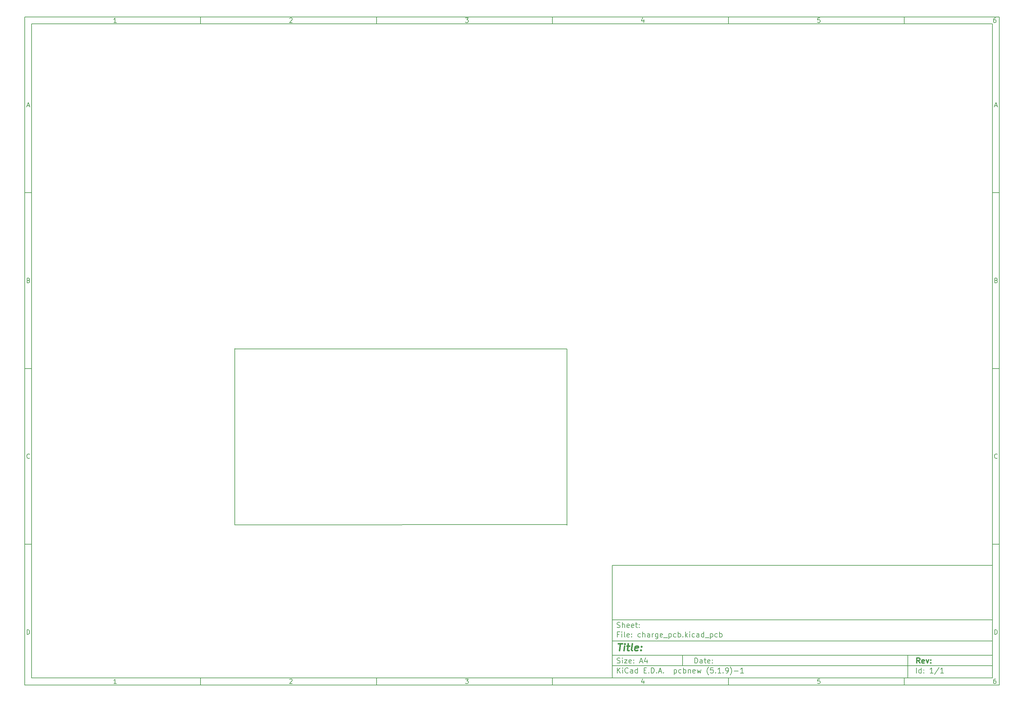
<source format=gbr>
%TF.GenerationSoftware,KiCad,Pcbnew,(5.1.9)-1*%
%TF.CreationDate,2021-04-13T21:26:07+02:00*%
%TF.ProjectId,charge_pcb,63686172-6765-45f7-9063-622e6b696361,rev?*%
%TF.SameCoordinates,Original*%
%TF.FileFunction,Profile,NP*%
%FSLAX46Y46*%
G04 Gerber Fmt 4.6, Leading zero omitted, Abs format (unit mm)*
G04 Created by KiCad (PCBNEW (5.1.9)-1) date 2021-04-13 21:26:07*
%MOMM*%
%LPD*%
G01*
G04 APERTURE LIST*
%ADD10C,0.100000*%
%ADD11C,0.150000*%
%ADD12C,0.300000*%
%ADD13C,0.400000*%
%TA.AperFunction,Profile*%
%ADD14C,0.150000*%
%TD*%
G04 APERTURE END LIST*
D10*
D11*
X177002200Y-166007200D02*
X177002200Y-198007200D01*
X285002200Y-198007200D01*
X285002200Y-166007200D01*
X177002200Y-166007200D01*
D10*
D11*
X10000000Y-10000000D02*
X10000000Y-200007200D01*
X287002200Y-200007200D01*
X287002200Y-10000000D01*
X10000000Y-10000000D01*
D10*
D11*
X12000000Y-12000000D02*
X12000000Y-198007200D01*
X285002200Y-198007200D01*
X285002200Y-12000000D01*
X12000000Y-12000000D01*
D10*
D11*
X60000000Y-12000000D02*
X60000000Y-10000000D01*
D10*
D11*
X110000000Y-12000000D02*
X110000000Y-10000000D01*
D10*
D11*
X160000000Y-12000000D02*
X160000000Y-10000000D01*
D10*
D11*
X210000000Y-12000000D02*
X210000000Y-10000000D01*
D10*
D11*
X260000000Y-12000000D02*
X260000000Y-10000000D01*
D10*
D11*
X36065476Y-11588095D02*
X35322619Y-11588095D01*
X35694047Y-11588095D02*
X35694047Y-10288095D01*
X35570238Y-10473809D01*
X35446428Y-10597619D01*
X35322619Y-10659523D01*
D10*
D11*
X85322619Y-10411904D02*
X85384523Y-10350000D01*
X85508333Y-10288095D01*
X85817857Y-10288095D01*
X85941666Y-10350000D01*
X86003571Y-10411904D01*
X86065476Y-10535714D01*
X86065476Y-10659523D01*
X86003571Y-10845238D01*
X85260714Y-11588095D01*
X86065476Y-11588095D01*
D10*
D11*
X135260714Y-10288095D02*
X136065476Y-10288095D01*
X135632142Y-10783333D01*
X135817857Y-10783333D01*
X135941666Y-10845238D01*
X136003571Y-10907142D01*
X136065476Y-11030952D01*
X136065476Y-11340476D01*
X136003571Y-11464285D01*
X135941666Y-11526190D01*
X135817857Y-11588095D01*
X135446428Y-11588095D01*
X135322619Y-11526190D01*
X135260714Y-11464285D01*
D10*
D11*
X185941666Y-10721428D02*
X185941666Y-11588095D01*
X185632142Y-10226190D02*
X185322619Y-11154761D01*
X186127380Y-11154761D01*
D10*
D11*
X236003571Y-10288095D02*
X235384523Y-10288095D01*
X235322619Y-10907142D01*
X235384523Y-10845238D01*
X235508333Y-10783333D01*
X235817857Y-10783333D01*
X235941666Y-10845238D01*
X236003571Y-10907142D01*
X236065476Y-11030952D01*
X236065476Y-11340476D01*
X236003571Y-11464285D01*
X235941666Y-11526190D01*
X235817857Y-11588095D01*
X235508333Y-11588095D01*
X235384523Y-11526190D01*
X235322619Y-11464285D01*
D10*
D11*
X285941666Y-10288095D02*
X285694047Y-10288095D01*
X285570238Y-10350000D01*
X285508333Y-10411904D01*
X285384523Y-10597619D01*
X285322619Y-10845238D01*
X285322619Y-11340476D01*
X285384523Y-11464285D01*
X285446428Y-11526190D01*
X285570238Y-11588095D01*
X285817857Y-11588095D01*
X285941666Y-11526190D01*
X286003571Y-11464285D01*
X286065476Y-11340476D01*
X286065476Y-11030952D01*
X286003571Y-10907142D01*
X285941666Y-10845238D01*
X285817857Y-10783333D01*
X285570238Y-10783333D01*
X285446428Y-10845238D01*
X285384523Y-10907142D01*
X285322619Y-11030952D01*
D10*
D11*
X60000000Y-198007200D02*
X60000000Y-200007200D01*
D10*
D11*
X110000000Y-198007200D02*
X110000000Y-200007200D01*
D10*
D11*
X160000000Y-198007200D02*
X160000000Y-200007200D01*
D10*
D11*
X210000000Y-198007200D02*
X210000000Y-200007200D01*
D10*
D11*
X260000000Y-198007200D02*
X260000000Y-200007200D01*
D10*
D11*
X36065476Y-199595295D02*
X35322619Y-199595295D01*
X35694047Y-199595295D02*
X35694047Y-198295295D01*
X35570238Y-198481009D01*
X35446428Y-198604819D01*
X35322619Y-198666723D01*
D10*
D11*
X85322619Y-198419104D02*
X85384523Y-198357200D01*
X85508333Y-198295295D01*
X85817857Y-198295295D01*
X85941666Y-198357200D01*
X86003571Y-198419104D01*
X86065476Y-198542914D01*
X86065476Y-198666723D01*
X86003571Y-198852438D01*
X85260714Y-199595295D01*
X86065476Y-199595295D01*
D10*
D11*
X135260714Y-198295295D02*
X136065476Y-198295295D01*
X135632142Y-198790533D01*
X135817857Y-198790533D01*
X135941666Y-198852438D01*
X136003571Y-198914342D01*
X136065476Y-199038152D01*
X136065476Y-199347676D01*
X136003571Y-199471485D01*
X135941666Y-199533390D01*
X135817857Y-199595295D01*
X135446428Y-199595295D01*
X135322619Y-199533390D01*
X135260714Y-199471485D01*
D10*
D11*
X185941666Y-198728628D02*
X185941666Y-199595295D01*
X185632142Y-198233390D02*
X185322619Y-199161961D01*
X186127380Y-199161961D01*
D10*
D11*
X236003571Y-198295295D02*
X235384523Y-198295295D01*
X235322619Y-198914342D01*
X235384523Y-198852438D01*
X235508333Y-198790533D01*
X235817857Y-198790533D01*
X235941666Y-198852438D01*
X236003571Y-198914342D01*
X236065476Y-199038152D01*
X236065476Y-199347676D01*
X236003571Y-199471485D01*
X235941666Y-199533390D01*
X235817857Y-199595295D01*
X235508333Y-199595295D01*
X235384523Y-199533390D01*
X235322619Y-199471485D01*
D10*
D11*
X285941666Y-198295295D02*
X285694047Y-198295295D01*
X285570238Y-198357200D01*
X285508333Y-198419104D01*
X285384523Y-198604819D01*
X285322619Y-198852438D01*
X285322619Y-199347676D01*
X285384523Y-199471485D01*
X285446428Y-199533390D01*
X285570238Y-199595295D01*
X285817857Y-199595295D01*
X285941666Y-199533390D01*
X286003571Y-199471485D01*
X286065476Y-199347676D01*
X286065476Y-199038152D01*
X286003571Y-198914342D01*
X285941666Y-198852438D01*
X285817857Y-198790533D01*
X285570238Y-198790533D01*
X285446428Y-198852438D01*
X285384523Y-198914342D01*
X285322619Y-199038152D01*
D10*
D11*
X10000000Y-60000000D02*
X12000000Y-60000000D01*
D10*
D11*
X10000000Y-110000000D02*
X12000000Y-110000000D01*
D10*
D11*
X10000000Y-160000000D02*
X12000000Y-160000000D01*
D10*
D11*
X10690476Y-35216666D02*
X11309523Y-35216666D01*
X10566666Y-35588095D02*
X11000000Y-34288095D01*
X11433333Y-35588095D01*
D10*
D11*
X11092857Y-84907142D02*
X11278571Y-84969047D01*
X11340476Y-85030952D01*
X11402380Y-85154761D01*
X11402380Y-85340476D01*
X11340476Y-85464285D01*
X11278571Y-85526190D01*
X11154761Y-85588095D01*
X10659523Y-85588095D01*
X10659523Y-84288095D01*
X11092857Y-84288095D01*
X11216666Y-84350000D01*
X11278571Y-84411904D01*
X11340476Y-84535714D01*
X11340476Y-84659523D01*
X11278571Y-84783333D01*
X11216666Y-84845238D01*
X11092857Y-84907142D01*
X10659523Y-84907142D01*
D10*
D11*
X11402380Y-135464285D02*
X11340476Y-135526190D01*
X11154761Y-135588095D01*
X11030952Y-135588095D01*
X10845238Y-135526190D01*
X10721428Y-135402380D01*
X10659523Y-135278571D01*
X10597619Y-135030952D01*
X10597619Y-134845238D01*
X10659523Y-134597619D01*
X10721428Y-134473809D01*
X10845238Y-134350000D01*
X11030952Y-134288095D01*
X11154761Y-134288095D01*
X11340476Y-134350000D01*
X11402380Y-134411904D01*
D10*
D11*
X10659523Y-185588095D02*
X10659523Y-184288095D01*
X10969047Y-184288095D01*
X11154761Y-184350000D01*
X11278571Y-184473809D01*
X11340476Y-184597619D01*
X11402380Y-184845238D01*
X11402380Y-185030952D01*
X11340476Y-185278571D01*
X11278571Y-185402380D01*
X11154761Y-185526190D01*
X10969047Y-185588095D01*
X10659523Y-185588095D01*
D10*
D11*
X287002200Y-60000000D02*
X285002200Y-60000000D01*
D10*
D11*
X287002200Y-110000000D02*
X285002200Y-110000000D01*
D10*
D11*
X287002200Y-160000000D02*
X285002200Y-160000000D01*
D10*
D11*
X285692676Y-35216666D02*
X286311723Y-35216666D01*
X285568866Y-35588095D02*
X286002200Y-34288095D01*
X286435533Y-35588095D01*
D10*
D11*
X286095057Y-84907142D02*
X286280771Y-84969047D01*
X286342676Y-85030952D01*
X286404580Y-85154761D01*
X286404580Y-85340476D01*
X286342676Y-85464285D01*
X286280771Y-85526190D01*
X286156961Y-85588095D01*
X285661723Y-85588095D01*
X285661723Y-84288095D01*
X286095057Y-84288095D01*
X286218866Y-84350000D01*
X286280771Y-84411904D01*
X286342676Y-84535714D01*
X286342676Y-84659523D01*
X286280771Y-84783333D01*
X286218866Y-84845238D01*
X286095057Y-84907142D01*
X285661723Y-84907142D01*
D10*
D11*
X286404580Y-135464285D02*
X286342676Y-135526190D01*
X286156961Y-135588095D01*
X286033152Y-135588095D01*
X285847438Y-135526190D01*
X285723628Y-135402380D01*
X285661723Y-135278571D01*
X285599819Y-135030952D01*
X285599819Y-134845238D01*
X285661723Y-134597619D01*
X285723628Y-134473809D01*
X285847438Y-134350000D01*
X286033152Y-134288095D01*
X286156961Y-134288095D01*
X286342676Y-134350000D01*
X286404580Y-134411904D01*
D10*
D11*
X285661723Y-185588095D02*
X285661723Y-184288095D01*
X285971247Y-184288095D01*
X286156961Y-184350000D01*
X286280771Y-184473809D01*
X286342676Y-184597619D01*
X286404580Y-184845238D01*
X286404580Y-185030952D01*
X286342676Y-185278571D01*
X286280771Y-185402380D01*
X286156961Y-185526190D01*
X285971247Y-185588095D01*
X285661723Y-185588095D01*
D10*
D11*
X200434342Y-193785771D02*
X200434342Y-192285771D01*
X200791485Y-192285771D01*
X201005771Y-192357200D01*
X201148628Y-192500057D01*
X201220057Y-192642914D01*
X201291485Y-192928628D01*
X201291485Y-193142914D01*
X201220057Y-193428628D01*
X201148628Y-193571485D01*
X201005771Y-193714342D01*
X200791485Y-193785771D01*
X200434342Y-193785771D01*
X202577200Y-193785771D02*
X202577200Y-193000057D01*
X202505771Y-192857200D01*
X202362914Y-192785771D01*
X202077200Y-192785771D01*
X201934342Y-192857200D01*
X202577200Y-193714342D02*
X202434342Y-193785771D01*
X202077200Y-193785771D01*
X201934342Y-193714342D01*
X201862914Y-193571485D01*
X201862914Y-193428628D01*
X201934342Y-193285771D01*
X202077200Y-193214342D01*
X202434342Y-193214342D01*
X202577200Y-193142914D01*
X203077200Y-192785771D02*
X203648628Y-192785771D01*
X203291485Y-192285771D02*
X203291485Y-193571485D01*
X203362914Y-193714342D01*
X203505771Y-193785771D01*
X203648628Y-193785771D01*
X204720057Y-193714342D02*
X204577200Y-193785771D01*
X204291485Y-193785771D01*
X204148628Y-193714342D01*
X204077200Y-193571485D01*
X204077200Y-193000057D01*
X204148628Y-192857200D01*
X204291485Y-192785771D01*
X204577200Y-192785771D01*
X204720057Y-192857200D01*
X204791485Y-193000057D01*
X204791485Y-193142914D01*
X204077200Y-193285771D01*
X205434342Y-193642914D02*
X205505771Y-193714342D01*
X205434342Y-193785771D01*
X205362914Y-193714342D01*
X205434342Y-193642914D01*
X205434342Y-193785771D01*
X205434342Y-192857200D02*
X205505771Y-192928628D01*
X205434342Y-193000057D01*
X205362914Y-192928628D01*
X205434342Y-192857200D01*
X205434342Y-193000057D01*
D10*
D11*
X177002200Y-194507200D02*
X285002200Y-194507200D01*
D10*
D11*
X178434342Y-196585771D02*
X178434342Y-195085771D01*
X179291485Y-196585771D02*
X178648628Y-195728628D01*
X179291485Y-195085771D02*
X178434342Y-195942914D01*
X179934342Y-196585771D02*
X179934342Y-195585771D01*
X179934342Y-195085771D02*
X179862914Y-195157200D01*
X179934342Y-195228628D01*
X180005771Y-195157200D01*
X179934342Y-195085771D01*
X179934342Y-195228628D01*
X181505771Y-196442914D02*
X181434342Y-196514342D01*
X181220057Y-196585771D01*
X181077200Y-196585771D01*
X180862914Y-196514342D01*
X180720057Y-196371485D01*
X180648628Y-196228628D01*
X180577200Y-195942914D01*
X180577200Y-195728628D01*
X180648628Y-195442914D01*
X180720057Y-195300057D01*
X180862914Y-195157200D01*
X181077200Y-195085771D01*
X181220057Y-195085771D01*
X181434342Y-195157200D01*
X181505771Y-195228628D01*
X182791485Y-196585771D02*
X182791485Y-195800057D01*
X182720057Y-195657200D01*
X182577200Y-195585771D01*
X182291485Y-195585771D01*
X182148628Y-195657200D01*
X182791485Y-196514342D02*
X182648628Y-196585771D01*
X182291485Y-196585771D01*
X182148628Y-196514342D01*
X182077200Y-196371485D01*
X182077200Y-196228628D01*
X182148628Y-196085771D01*
X182291485Y-196014342D01*
X182648628Y-196014342D01*
X182791485Y-195942914D01*
X184148628Y-196585771D02*
X184148628Y-195085771D01*
X184148628Y-196514342D02*
X184005771Y-196585771D01*
X183720057Y-196585771D01*
X183577200Y-196514342D01*
X183505771Y-196442914D01*
X183434342Y-196300057D01*
X183434342Y-195871485D01*
X183505771Y-195728628D01*
X183577200Y-195657200D01*
X183720057Y-195585771D01*
X184005771Y-195585771D01*
X184148628Y-195657200D01*
X186005771Y-195800057D02*
X186505771Y-195800057D01*
X186720057Y-196585771D02*
X186005771Y-196585771D01*
X186005771Y-195085771D01*
X186720057Y-195085771D01*
X187362914Y-196442914D02*
X187434342Y-196514342D01*
X187362914Y-196585771D01*
X187291485Y-196514342D01*
X187362914Y-196442914D01*
X187362914Y-196585771D01*
X188077200Y-196585771D02*
X188077200Y-195085771D01*
X188434342Y-195085771D01*
X188648628Y-195157200D01*
X188791485Y-195300057D01*
X188862914Y-195442914D01*
X188934342Y-195728628D01*
X188934342Y-195942914D01*
X188862914Y-196228628D01*
X188791485Y-196371485D01*
X188648628Y-196514342D01*
X188434342Y-196585771D01*
X188077200Y-196585771D01*
X189577200Y-196442914D02*
X189648628Y-196514342D01*
X189577200Y-196585771D01*
X189505771Y-196514342D01*
X189577200Y-196442914D01*
X189577200Y-196585771D01*
X190220057Y-196157200D02*
X190934342Y-196157200D01*
X190077200Y-196585771D02*
X190577200Y-195085771D01*
X191077200Y-196585771D01*
X191577200Y-196442914D02*
X191648628Y-196514342D01*
X191577200Y-196585771D01*
X191505771Y-196514342D01*
X191577200Y-196442914D01*
X191577200Y-196585771D01*
X194577200Y-195585771D02*
X194577200Y-197085771D01*
X194577200Y-195657200D02*
X194720057Y-195585771D01*
X195005771Y-195585771D01*
X195148628Y-195657200D01*
X195220057Y-195728628D01*
X195291485Y-195871485D01*
X195291485Y-196300057D01*
X195220057Y-196442914D01*
X195148628Y-196514342D01*
X195005771Y-196585771D01*
X194720057Y-196585771D01*
X194577200Y-196514342D01*
X196577200Y-196514342D02*
X196434342Y-196585771D01*
X196148628Y-196585771D01*
X196005771Y-196514342D01*
X195934342Y-196442914D01*
X195862914Y-196300057D01*
X195862914Y-195871485D01*
X195934342Y-195728628D01*
X196005771Y-195657200D01*
X196148628Y-195585771D01*
X196434342Y-195585771D01*
X196577200Y-195657200D01*
X197220057Y-196585771D02*
X197220057Y-195085771D01*
X197220057Y-195657200D02*
X197362914Y-195585771D01*
X197648628Y-195585771D01*
X197791485Y-195657200D01*
X197862914Y-195728628D01*
X197934342Y-195871485D01*
X197934342Y-196300057D01*
X197862914Y-196442914D01*
X197791485Y-196514342D01*
X197648628Y-196585771D01*
X197362914Y-196585771D01*
X197220057Y-196514342D01*
X198577200Y-195585771D02*
X198577200Y-196585771D01*
X198577200Y-195728628D02*
X198648628Y-195657200D01*
X198791485Y-195585771D01*
X199005771Y-195585771D01*
X199148628Y-195657200D01*
X199220057Y-195800057D01*
X199220057Y-196585771D01*
X200505771Y-196514342D02*
X200362914Y-196585771D01*
X200077200Y-196585771D01*
X199934342Y-196514342D01*
X199862914Y-196371485D01*
X199862914Y-195800057D01*
X199934342Y-195657200D01*
X200077200Y-195585771D01*
X200362914Y-195585771D01*
X200505771Y-195657200D01*
X200577200Y-195800057D01*
X200577200Y-195942914D01*
X199862914Y-196085771D01*
X201077200Y-195585771D02*
X201362914Y-196585771D01*
X201648628Y-195871485D01*
X201934342Y-196585771D01*
X202220057Y-195585771D01*
X204362914Y-197157200D02*
X204291485Y-197085771D01*
X204148628Y-196871485D01*
X204077200Y-196728628D01*
X204005771Y-196514342D01*
X203934342Y-196157200D01*
X203934342Y-195871485D01*
X204005771Y-195514342D01*
X204077200Y-195300057D01*
X204148628Y-195157200D01*
X204291485Y-194942914D01*
X204362914Y-194871485D01*
X205648628Y-195085771D02*
X204934342Y-195085771D01*
X204862914Y-195800057D01*
X204934342Y-195728628D01*
X205077200Y-195657200D01*
X205434342Y-195657200D01*
X205577200Y-195728628D01*
X205648628Y-195800057D01*
X205720057Y-195942914D01*
X205720057Y-196300057D01*
X205648628Y-196442914D01*
X205577200Y-196514342D01*
X205434342Y-196585771D01*
X205077200Y-196585771D01*
X204934342Y-196514342D01*
X204862914Y-196442914D01*
X206362914Y-196442914D02*
X206434342Y-196514342D01*
X206362914Y-196585771D01*
X206291485Y-196514342D01*
X206362914Y-196442914D01*
X206362914Y-196585771D01*
X207862914Y-196585771D02*
X207005771Y-196585771D01*
X207434342Y-196585771D02*
X207434342Y-195085771D01*
X207291485Y-195300057D01*
X207148628Y-195442914D01*
X207005771Y-195514342D01*
X208505771Y-196442914D02*
X208577200Y-196514342D01*
X208505771Y-196585771D01*
X208434342Y-196514342D01*
X208505771Y-196442914D01*
X208505771Y-196585771D01*
X209291485Y-196585771D02*
X209577200Y-196585771D01*
X209720057Y-196514342D01*
X209791485Y-196442914D01*
X209934342Y-196228628D01*
X210005771Y-195942914D01*
X210005771Y-195371485D01*
X209934342Y-195228628D01*
X209862914Y-195157200D01*
X209720057Y-195085771D01*
X209434342Y-195085771D01*
X209291485Y-195157200D01*
X209220057Y-195228628D01*
X209148628Y-195371485D01*
X209148628Y-195728628D01*
X209220057Y-195871485D01*
X209291485Y-195942914D01*
X209434342Y-196014342D01*
X209720057Y-196014342D01*
X209862914Y-195942914D01*
X209934342Y-195871485D01*
X210005771Y-195728628D01*
X210505771Y-197157200D02*
X210577200Y-197085771D01*
X210720057Y-196871485D01*
X210791485Y-196728628D01*
X210862914Y-196514342D01*
X210934342Y-196157200D01*
X210934342Y-195871485D01*
X210862914Y-195514342D01*
X210791485Y-195300057D01*
X210720057Y-195157200D01*
X210577200Y-194942914D01*
X210505771Y-194871485D01*
X211648628Y-196014342D02*
X212791485Y-196014342D01*
X214291485Y-196585771D02*
X213434342Y-196585771D01*
X213862914Y-196585771D02*
X213862914Y-195085771D01*
X213720057Y-195300057D01*
X213577200Y-195442914D01*
X213434342Y-195514342D01*
D10*
D11*
X177002200Y-191507200D02*
X285002200Y-191507200D01*
D10*
D12*
X264411485Y-193785771D02*
X263911485Y-193071485D01*
X263554342Y-193785771D02*
X263554342Y-192285771D01*
X264125771Y-192285771D01*
X264268628Y-192357200D01*
X264340057Y-192428628D01*
X264411485Y-192571485D01*
X264411485Y-192785771D01*
X264340057Y-192928628D01*
X264268628Y-193000057D01*
X264125771Y-193071485D01*
X263554342Y-193071485D01*
X265625771Y-193714342D02*
X265482914Y-193785771D01*
X265197200Y-193785771D01*
X265054342Y-193714342D01*
X264982914Y-193571485D01*
X264982914Y-193000057D01*
X265054342Y-192857200D01*
X265197200Y-192785771D01*
X265482914Y-192785771D01*
X265625771Y-192857200D01*
X265697200Y-193000057D01*
X265697200Y-193142914D01*
X264982914Y-193285771D01*
X266197200Y-192785771D02*
X266554342Y-193785771D01*
X266911485Y-192785771D01*
X267482914Y-193642914D02*
X267554342Y-193714342D01*
X267482914Y-193785771D01*
X267411485Y-193714342D01*
X267482914Y-193642914D01*
X267482914Y-193785771D01*
X267482914Y-192857200D02*
X267554342Y-192928628D01*
X267482914Y-193000057D01*
X267411485Y-192928628D01*
X267482914Y-192857200D01*
X267482914Y-193000057D01*
D10*
D11*
X178362914Y-193714342D02*
X178577200Y-193785771D01*
X178934342Y-193785771D01*
X179077200Y-193714342D01*
X179148628Y-193642914D01*
X179220057Y-193500057D01*
X179220057Y-193357200D01*
X179148628Y-193214342D01*
X179077200Y-193142914D01*
X178934342Y-193071485D01*
X178648628Y-193000057D01*
X178505771Y-192928628D01*
X178434342Y-192857200D01*
X178362914Y-192714342D01*
X178362914Y-192571485D01*
X178434342Y-192428628D01*
X178505771Y-192357200D01*
X178648628Y-192285771D01*
X179005771Y-192285771D01*
X179220057Y-192357200D01*
X179862914Y-193785771D02*
X179862914Y-192785771D01*
X179862914Y-192285771D02*
X179791485Y-192357200D01*
X179862914Y-192428628D01*
X179934342Y-192357200D01*
X179862914Y-192285771D01*
X179862914Y-192428628D01*
X180434342Y-192785771D02*
X181220057Y-192785771D01*
X180434342Y-193785771D01*
X181220057Y-193785771D01*
X182362914Y-193714342D02*
X182220057Y-193785771D01*
X181934342Y-193785771D01*
X181791485Y-193714342D01*
X181720057Y-193571485D01*
X181720057Y-193000057D01*
X181791485Y-192857200D01*
X181934342Y-192785771D01*
X182220057Y-192785771D01*
X182362914Y-192857200D01*
X182434342Y-193000057D01*
X182434342Y-193142914D01*
X181720057Y-193285771D01*
X183077200Y-193642914D02*
X183148628Y-193714342D01*
X183077200Y-193785771D01*
X183005771Y-193714342D01*
X183077200Y-193642914D01*
X183077200Y-193785771D01*
X183077200Y-192857200D02*
X183148628Y-192928628D01*
X183077200Y-193000057D01*
X183005771Y-192928628D01*
X183077200Y-192857200D01*
X183077200Y-193000057D01*
X184862914Y-193357200D02*
X185577200Y-193357200D01*
X184720057Y-193785771D02*
X185220057Y-192285771D01*
X185720057Y-193785771D01*
X186862914Y-192785771D02*
X186862914Y-193785771D01*
X186505771Y-192214342D02*
X186148628Y-193285771D01*
X187077200Y-193285771D01*
D10*
D11*
X263434342Y-196585771D02*
X263434342Y-195085771D01*
X264791485Y-196585771D02*
X264791485Y-195085771D01*
X264791485Y-196514342D02*
X264648628Y-196585771D01*
X264362914Y-196585771D01*
X264220057Y-196514342D01*
X264148628Y-196442914D01*
X264077200Y-196300057D01*
X264077200Y-195871485D01*
X264148628Y-195728628D01*
X264220057Y-195657200D01*
X264362914Y-195585771D01*
X264648628Y-195585771D01*
X264791485Y-195657200D01*
X265505771Y-196442914D02*
X265577200Y-196514342D01*
X265505771Y-196585771D01*
X265434342Y-196514342D01*
X265505771Y-196442914D01*
X265505771Y-196585771D01*
X265505771Y-195657200D02*
X265577200Y-195728628D01*
X265505771Y-195800057D01*
X265434342Y-195728628D01*
X265505771Y-195657200D01*
X265505771Y-195800057D01*
X268148628Y-196585771D02*
X267291485Y-196585771D01*
X267720057Y-196585771D02*
X267720057Y-195085771D01*
X267577200Y-195300057D01*
X267434342Y-195442914D01*
X267291485Y-195514342D01*
X269862914Y-195014342D02*
X268577200Y-196942914D01*
X271148628Y-196585771D02*
X270291485Y-196585771D01*
X270720057Y-196585771D02*
X270720057Y-195085771D01*
X270577200Y-195300057D01*
X270434342Y-195442914D01*
X270291485Y-195514342D01*
D10*
D11*
X177002200Y-187507200D02*
X285002200Y-187507200D01*
D10*
D13*
X178714580Y-188211961D02*
X179857438Y-188211961D01*
X179036009Y-190211961D02*
X179286009Y-188211961D01*
X180274104Y-190211961D02*
X180440771Y-188878628D01*
X180524104Y-188211961D02*
X180416961Y-188307200D01*
X180500295Y-188402438D01*
X180607438Y-188307200D01*
X180524104Y-188211961D01*
X180500295Y-188402438D01*
X181107438Y-188878628D02*
X181869342Y-188878628D01*
X181476485Y-188211961D02*
X181262200Y-189926247D01*
X181333628Y-190116723D01*
X181512200Y-190211961D01*
X181702676Y-190211961D01*
X182655057Y-190211961D02*
X182476485Y-190116723D01*
X182405057Y-189926247D01*
X182619342Y-188211961D01*
X184190771Y-190116723D02*
X183988390Y-190211961D01*
X183607438Y-190211961D01*
X183428866Y-190116723D01*
X183357438Y-189926247D01*
X183452676Y-189164342D01*
X183571723Y-188973866D01*
X183774104Y-188878628D01*
X184155057Y-188878628D01*
X184333628Y-188973866D01*
X184405057Y-189164342D01*
X184381247Y-189354819D01*
X183405057Y-189545295D01*
X185155057Y-190021485D02*
X185238390Y-190116723D01*
X185131247Y-190211961D01*
X185047914Y-190116723D01*
X185155057Y-190021485D01*
X185131247Y-190211961D01*
X185286009Y-188973866D02*
X185369342Y-189069104D01*
X185262200Y-189164342D01*
X185178866Y-189069104D01*
X185286009Y-188973866D01*
X185262200Y-189164342D01*
D10*
D11*
X178934342Y-185600057D02*
X178434342Y-185600057D01*
X178434342Y-186385771D02*
X178434342Y-184885771D01*
X179148628Y-184885771D01*
X179720057Y-186385771D02*
X179720057Y-185385771D01*
X179720057Y-184885771D02*
X179648628Y-184957200D01*
X179720057Y-185028628D01*
X179791485Y-184957200D01*
X179720057Y-184885771D01*
X179720057Y-185028628D01*
X180648628Y-186385771D02*
X180505771Y-186314342D01*
X180434342Y-186171485D01*
X180434342Y-184885771D01*
X181791485Y-186314342D02*
X181648628Y-186385771D01*
X181362914Y-186385771D01*
X181220057Y-186314342D01*
X181148628Y-186171485D01*
X181148628Y-185600057D01*
X181220057Y-185457200D01*
X181362914Y-185385771D01*
X181648628Y-185385771D01*
X181791485Y-185457200D01*
X181862914Y-185600057D01*
X181862914Y-185742914D01*
X181148628Y-185885771D01*
X182505771Y-186242914D02*
X182577200Y-186314342D01*
X182505771Y-186385771D01*
X182434342Y-186314342D01*
X182505771Y-186242914D01*
X182505771Y-186385771D01*
X182505771Y-185457200D02*
X182577200Y-185528628D01*
X182505771Y-185600057D01*
X182434342Y-185528628D01*
X182505771Y-185457200D01*
X182505771Y-185600057D01*
X185005771Y-186314342D02*
X184862914Y-186385771D01*
X184577200Y-186385771D01*
X184434342Y-186314342D01*
X184362914Y-186242914D01*
X184291485Y-186100057D01*
X184291485Y-185671485D01*
X184362914Y-185528628D01*
X184434342Y-185457200D01*
X184577200Y-185385771D01*
X184862914Y-185385771D01*
X185005771Y-185457200D01*
X185648628Y-186385771D02*
X185648628Y-184885771D01*
X186291485Y-186385771D02*
X186291485Y-185600057D01*
X186220057Y-185457200D01*
X186077200Y-185385771D01*
X185862914Y-185385771D01*
X185720057Y-185457200D01*
X185648628Y-185528628D01*
X187648628Y-186385771D02*
X187648628Y-185600057D01*
X187577200Y-185457200D01*
X187434342Y-185385771D01*
X187148628Y-185385771D01*
X187005771Y-185457200D01*
X187648628Y-186314342D02*
X187505771Y-186385771D01*
X187148628Y-186385771D01*
X187005771Y-186314342D01*
X186934342Y-186171485D01*
X186934342Y-186028628D01*
X187005771Y-185885771D01*
X187148628Y-185814342D01*
X187505771Y-185814342D01*
X187648628Y-185742914D01*
X188362914Y-186385771D02*
X188362914Y-185385771D01*
X188362914Y-185671485D02*
X188434342Y-185528628D01*
X188505771Y-185457200D01*
X188648628Y-185385771D01*
X188791485Y-185385771D01*
X189934342Y-185385771D02*
X189934342Y-186600057D01*
X189862914Y-186742914D01*
X189791485Y-186814342D01*
X189648628Y-186885771D01*
X189434342Y-186885771D01*
X189291485Y-186814342D01*
X189934342Y-186314342D02*
X189791485Y-186385771D01*
X189505771Y-186385771D01*
X189362914Y-186314342D01*
X189291485Y-186242914D01*
X189220057Y-186100057D01*
X189220057Y-185671485D01*
X189291485Y-185528628D01*
X189362914Y-185457200D01*
X189505771Y-185385771D01*
X189791485Y-185385771D01*
X189934342Y-185457200D01*
X191220057Y-186314342D02*
X191077200Y-186385771D01*
X190791485Y-186385771D01*
X190648628Y-186314342D01*
X190577200Y-186171485D01*
X190577200Y-185600057D01*
X190648628Y-185457200D01*
X190791485Y-185385771D01*
X191077200Y-185385771D01*
X191220057Y-185457200D01*
X191291485Y-185600057D01*
X191291485Y-185742914D01*
X190577200Y-185885771D01*
X191577200Y-186528628D02*
X192720057Y-186528628D01*
X193077200Y-185385771D02*
X193077200Y-186885771D01*
X193077200Y-185457200D02*
X193220057Y-185385771D01*
X193505771Y-185385771D01*
X193648628Y-185457200D01*
X193720057Y-185528628D01*
X193791485Y-185671485D01*
X193791485Y-186100057D01*
X193720057Y-186242914D01*
X193648628Y-186314342D01*
X193505771Y-186385771D01*
X193220057Y-186385771D01*
X193077200Y-186314342D01*
X195077200Y-186314342D02*
X194934342Y-186385771D01*
X194648628Y-186385771D01*
X194505771Y-186314342D01*
X194434342Y-186242914D01*
X194362914Y-186100057D01*
X194362914Y-185671485D01*
X194434342Y-185528628D01*
X194505771Y-185457200D01*
X194648628Y-185385771D01*
X194934342Y-185385771D01*
X195077200Y-185457200D01*
X195720057Y-186385771D02*
X195720057Y-184885771D01*
X195720057Y-185457200D02*
X195862914Y-185385771D01*
X196148628Y-185385771D01*
X196291485Y-185457200D01*
X196362914Y-185528628D01*
X196434342Y-185671485D01*
X196434342Y-186100057D01*
X196362914Y-186242914D01*
X196291485Y-186314342D01*
X196148628Y-186385771D01*
X195862914Y-186385771D01*
X195720057Y-186314342D01*
X197077200Y-186242914D02*
X197148628Y-186314342D01*
X197077200Y-186385771D01*
X197005771Y-186314342D01*
X197077200Y-186242914D01*
X197077200Y-186385771D01*
X197791485Y-186385771D02*
X197791485Y-184885771D01*
X197934342Y-185814342D02*
X198362914Y-186385771D01*
X198362914Y-185385771D02*
X197791485Y-185957200D01*
X199005771Y-186385771D02*
X199005771Y-185385771D01*
X199005771Y-184885771D02*
X198934342Y-184957200D01*
X199005771Y-185028628D01*
X199077200Y-184957200D01*
X199005771Y-184885771D01*
X199005771Y-185028628D01*
X200362914Y-186314342D02*
X200220057Y-186385771D01*
X199934342Y-186385771D01*
X199791485Y-186314342D01*
X199720057Y-186242914D01*
X199648628Y-186100057D01*
X199648628Y-185671485D01*
X199720057Y-185528628D01*
X199791485Y-185457200D01*
X199934342Y-185385771D01*
X200220057Y-185385771D01*
X200362914Y-185457200D01*
X201648628Y-186385771D02*
X201648628Y-185600057D01*
X201577200Y-185457200D01*
X201434342Y-185385771D01*
X201148628Y-185385771D01*
X201005771Y-185457200D01*
X201648628Y-186314342D02*
X201505771Y-186385771D01*
X201148628Y-186385771D01*
X201005771Y-186314342D01*
X200934342Y-186171485D01*
X200934342Y-186028628D01*
X201005771Y-185885771D01*
X201148628Y-185814342D01*
X201505771Y-185814342D01*
X201648628Y-185742914D01*
X203005771Y-186385771D02*
X203005771Y-184885771D01*
X203005771Y-186314342D02*
X202862914Y-186385771D01*
X202577200Y-186385771D01*
X202434342Y-186314342D01*
X202362914Y-186242914D01*
X202291485Y-186100057D01*
X202291485Y-185671485D01*
X202362914Y-185528628D01*
X202434342Y-185457200D01*
X202577200Y-185385771D01*
X202862914Y-185385771D01*
X203005771Y-185457200D01*
X203362914Y-186528628D02*
X204505771Y-186528628D01*
X204862914Y-185385771D02*
X204862914Y-186885771D01*
X204862914Y-185457200D02*
X205005771Y-185385771D01*
X205291485Y-185385771D01*
X205434342Y-185457200D01*
X205505771Y-185528628D01*
X205577200Y-185671485D01*
X205577200Y-186100057D01*
X205505771Y-186242914D01*
X205434342Y-186314342D01*
X205291485Y-186385771D01*
X205005771Y-186385771D01*
X204862914Y-186314342D01*
X206862914Y-186314342D02*
X206720057Y-186385771D01*
X206434342Y-186385771D01*
X206291485Y-186314342D01*
X206220057Y-186242914D01*
X206148628Y-186100057D01*
X206148628Y-185671485D01*
X206220057Y-185528628D01*
X206291485Y-185457200D01*
X206434342Y-185385771D01*
X206720057Y-185385771D01*
X206862914Y-185457200D01*
X207505771Y-186385771D02*
X207505771Y-184885771D01*
X207505771Y-185457200D02*
X207648628Y-185385771D01*
X207934342Y-185385771D01*
X208077200Y-185457200D01*
X208148628Y-185528628D01*
X208220057Y-185671485D01*
X208220057Y-186100057D01*
X208148628Y-186242914D01*
X208077200Y-186314342D01*
X207934342Y-186385771D01*
X207648628Y-186385771D01*
X207505771Y-186314342D01*
D10*
D11*
X177002200Y-181507200D02*
X285002200Y-181507200D01*
D10*
D11*
X178362914Y-183614342D02*
X178577200Y-183685771D01*
X178934342Y-183685771D01*
X179077200Y-183614342D01*
X179148628Y-183542914D01*
X179220057Y-183400057D01*
X179220057Y-183257200D01*
X179148628Y-183114342D01*
X179077200Y-183042914D01*
X178934342Y-182971485D01*
X178648628Y-182900057D01*
X178505771Y-182828628D01*
X178434342Y-182757200D01*
X178362914Y-182614342D01*
X178362914Y-182471485D01*
X178434342Y-182328628D01*
X178505771Y-182257200D01*
X178648628Y-182185771D01*
X179005771Y-182185771D01*
X179220057Y-182257200D01*
X179862914Y-183685771D02*
X179862914Y-182185771D01*
X180505771Y-183685771D02*
X180505771Y-182900057D01*
X180434342Y-182757200D01*
X180291485Y-182685771D01*
X180077200Y-182685771D01*
X179934342Y-182757200D01*
X179862914Y-182828628D01*
X181791485Y-183614342D02*
X181648628Y-183685771D01*
X181362914Y-183685771D01*
X181220057Y-183614342D01*
X181148628Y-183471485D01*
X181148628Y-182900057D01*
X181220057Y-182757200D01*
X181362914Y-182685771D01*
X181648628Y-182685771D01*
X181791485Y-182757200D01*
X181862914Y-182900057D01*
X181862914Y-183042914D01*
X181148628Y-183185771D01*
X183077200Y-183614342D02*
X182934342Y-183685771D01*
X182648628Y-183685771D01*
X182505771Y-183614342D01*
X182434342Y-183471485D01*
X182434342Y-182900057D01*
X182505771Y-182757200D01*
X182648628Y-182685771D01*
X182934342Y-182685771D01*
X183077200Y-182757200D01*
X183148628Y-182900057D01*
X183148628Y-183042914D01*
X182434342Y-183185771D01*
X183577200Y-182685771D02*
X184148628Y-182685771D01*
X183791485Y-182185771D02*
X183791485Y-183471485D01*
X183862914Y-183614342D01*
X184005771Y-183685771D01*
X184148628Y-183685771D01*
X184648628Y-183542914D02*
X184720057Y-183614342D01*
X184648628Y-183685771D01*
X184577200Y-183614342D01*
X184648628Y-183542914D01*
X184648628Y-183685771D01*
X184648628Y-182757200D02*
X184720057Y-182828628D01*
X184648628Y-182900057D01*
X184577200Y-182828628D01*
X184648628Y-182757200D01*
X184648628Y-182900057D01*
D10*
D11*
X197002200Y-191507200D02*
X197002200Y-194507200D01*
D10*
D11*
X261002200Y-191507200D02*
X261002200Y-198007200D01*
D14*
X164130000Y-104460000D02*
X69700000Y-104380000D01*
X164130000Y-154520000D02*
X164130000Y-104460000D01*
X69720000Y-154460000D02*
X164210000Y-154360000D01*
X69700000Y-104280000D02*
X69720000Y-154460000D01*
M02*

</source>
